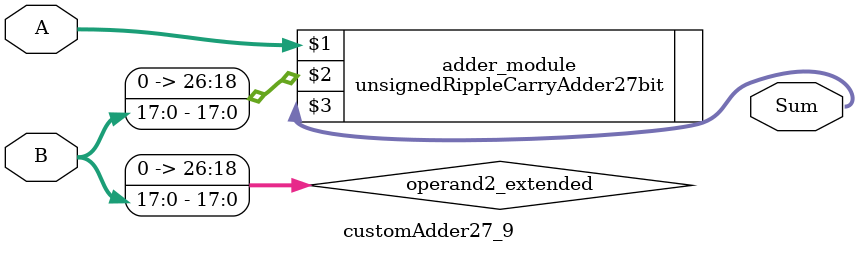
<source format=v>

module customAdder27_9(
                    input [26 : 0] A,
                    input [17 : 0] B,
                    
                    output [27 : 0] Sum
            );

    wire [26 : 0] operand2_extended;
    
    assign operand2_extended =  {9'b0, B};
    
    unsignedRippleCarryAdder27bit adder_module(
        A,
        operand2_extended,
        Sum
    );
    
endmodule
        
</source>
